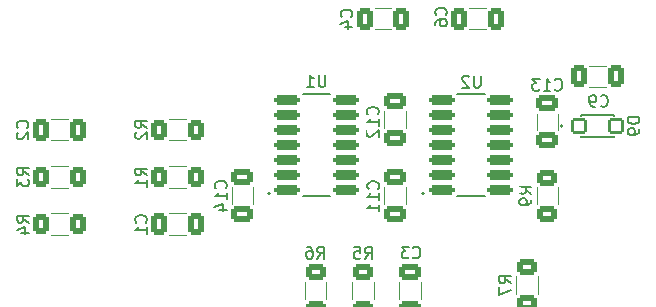
<source format=gbo>
G04 #@! TF.GenerationSoftware,KiCad,Pcbnew,8.0.0*
G04 #@! TF.CreationDate,2025-01-04T20:02:43+01:00*
G04 #@! TF.ProjectId,ina2137,696e6132-3133-4372-9e6b-696361645f70,rev?*
G04 #@! TF.SameCoordinates,Original*
G04 #@! TF.FileFunction,Legend,Bot*
G04 #@! TF.FilePolarity,Positive*
%FSLAX46Y46*%
G04 Gerber Fmt 4.6, Leading zero omitted, Abs format (unit mm)*
G04 Created by KiCad (PCBNEW 8.0.0) date 2025-01-04 20:02:43*
%MOMM*%
%LPD*%
G01*
G04 APERTURE LIST*
G04 Aperture macros list*
%AMRoundRect*
0 Rectangle with rounded corners*
0 $1 Rounding radius*
0 $2 $3 $4 $5 $6 $7 $8 $9 X,Y pos of 4 corners*
0 Add a 4 corners polygon primitive as box body*
4,1,4,$2,$3,$4,$5,$6,$7,$8,$9,$2,$3,0*
0 Add four circle primitives for the rounded corners*
1,1,$1+$1,$2,$3*
1,1,$1+$1,$4,$5*
1,1,$1+$1,$6,$7*
1,1,$1+$1,$8,$9*
0 Add four rect primitives between the rounded corners*
20,1,$1+$1,$2,$3,$4,$5,0*
20,1,$1+$1,$4,$5,$6,$7,0*
20,1,$1+$1,$6,$7,$8,$9,0*
20,1,$1+$1,$8,$9,$2,$3,0*%
G04 Aperture macros list end*
%ADD10C,0.150000*%
%ADD11C,0.120000*%
%ADD12C,0.127000*%
%ADD13C,0.200000*%
%ADD14C,0.001000*%
%ADD15C,2.250000*%
%ADD16R,2.800000X2.800000*%
%ADD17O,2.800000X2.800000*%
%ADD18R,1.600000X1.600000*%
%ADD19C,1.600000*%
%ADD20R,1.700000X1.700000*%
%ADD21O,1.700000X1.700000*%
%ADD22R,1.050000X1.500000*%
%ADD23O,1.050000X1.500000*%
%ADD24RoundRect,0.250000X-0.400000X-0.625000X0.400000X-0.625000X0.400000X0.625000X-0.400000X0.625000X0*%
%ADD25RoundRect,0.250000X0.412500X0.650000X-0.412500X0.650000X-0.412500X-0.650000X0.412500X-0.650000X0*%
%ADD26RoundRect,0.201000X-0.886000X-0.201000X0.886000X-0.201000X0.886000X0.201000X-0.886000X0.201000X0*%
%ADD27RoundRect,0.250000X-0.625000X0.400000X-0.625000X-0.400000X0.625000X-0.400000X0.625000X0.400000X0*%
%ADD28RoundRect,0.250000X-0.650000X0.412500X-0.650000X-0.412500X0.650000X-0.412500X0.650000X0.412500X0*%
%ADD29RoundRect,0.250000X0.650000X-0.412500X0.650000X0.412500X-0.650000X0.412500X-0.650000X-0.412500X0*%
%ADD30RoundRect,0.250000X-0.412500X-0.650000X0.412500X-0.650000X0.412500X0.650000X-0.412500X0.650000X0*%
%ADD31RoundRect,0.250000X0.400000X0.625000X-0.400000X0.625000X-0.400000X-0.625000X0.400000X-0.625000X0*%
%ADD32RoundRect,0.102000X-0.540000X-0.545000X0.540000X-0.545000X0.540000X0.545000X-0.540000X0.545000X0*%
%ADD33C,0.600000*%
G04 APERTURE END LIST*
D10*
X121724819Y-93833333D02*
X121248628Y-93500000D01*
X121724819Y-93261905D02*
X120724819Y-93261905D01*
X120724819Y-93261905D02*
X120724819Y-93642857D01*
X120724819Y-93642857D02*
X120772438Y-93738095D01*
X120772438Y-93738095D02*
X120820057Y-93785714D01*
X120820057Y-93785714D02*
X120915295Y-93833333D01*
X120915295Y-93833333D02*
X121058152Y-93833333D01*
X121058152Y-93833333D02*
X121153390Y-93785714D01*
X121153390Y-93785714D02*
X121201009Y-93738095D01*
X121201009Y-93738095D02*
X121248628Y-93642857D01*
X121248628Y-93642857D02*
X121248628Y-93261905D01*
X120820057Y-94214286D02*
X120772438Y-94261905D01*
X120772438Y-94261905D02*
X120724819Y-94357143D01*
X120724819Y-94357143D02*
X120724819Y-94595238D01*
X120724819Y-94595238D02*
X120772438Y-94690476D01*
X120772438Y-94690476D02*
X120820057Y-94738095D01*
X120820057Y-94738095D02*
X120915295Y-94785714D01*
X120915295Y-94785714D02*
X121010533Y-94785714D01*
X121010533Y-94785714D02*
X121153390Y-94738095D01*
X121153390Y-94738095D02*
X121724819Y-94166667D01*
X121724819Y-94166667D02*
X121724819Y-94785714D01*
X147022080Y-84283333D02*
X147069700Y-84235714D01*
X147069700Y-84235714D02*
X147117319Y-84092857D01*
X147117319Y-84092857D02*
X147117319Y-83997619D01*
X147117319Y-83997619D02*
X147069700Y-83854762D01*
X147069700Y-83854762D02*
X146974461Y-83759524D01*
X146974461Y-83759524D02*
X146879223Y-83711905D01*
X146879223Y-83711905D02*
X146688747Y-83664286D01*
X146688747Y-83664286D02*
X146545890Y-83664286D01*
X146545890Y-83664286D02*
X146355414Y-83711905D01*
X146355414Y-83711905D02*
X146260176Y-83759524D01*
X146260176Y-83759524D02*
X146164938Y-83854762D01*
X146164938Y-83854762D02*
X146117319Y-83997619D01*
X146117319Y-83997619D02*
X146117319Y-84092857D01*
X146117319Y-84092857D02*
X146164938Y-84235714D01*
X146164938Y-84235714D02*
X146212557Y-84283333D01*
X146117319Y-85140476D02*
X146117319Y-84950000D01*
X146117319Y-84950000D02*
X146164938Y-84854762D01*
X146164938Y-84854762D02*
X146212557Y-84807143D01*
X146212557Y-84807143D02*
X146355414Y-84711905D01*
X146355414Y-84711905D02*
X146545890Y-84664286D01*
X146545890Y-84664286D02*
X146926842Y-84664286D01*
X146926842Y-84664286D02*
X147022080Y-84711905D01*
X147022080Y-84711905D02*
X147069700Y-84759524D01*
X147069700Y-84759524D02*
X147117319Y-84854762D01*
X147117319Y-84854762D02*
X147117319Y-85045238D01*
X147117319Y-85045238D02*
X147069700Y-85140476D01*
X147069700Y-85140476D02*
X147022080Y-85188095D01*
X147022080Y-85188095D02*
X146926842Y-85235714D01*
X146926842Y-85235714D02*
X146688747Y-85235714D01*
X146688747Y-85235714D02*
X146593509Y-85188095D01*
X146593509Y-85188095D02*
X146545890Y-85140476D01*
X146545890Y-85140476D02*
X146498271Y-85045238D01*
X146498271Y-85045238D02*
X146498271Y-84854762D01*
X146498271Y-84854762D02*
X146545890Y-84759524D01*
X146545890Y-84759524D02*
X146593509Y-84711905D01*
X146593509Y-84711905D02*
X146688747Y-84664286D01*
X136821904Y-89364819D02*
X136821904Y-90174342D01*
X136821904Y-90174342D02*
X136774285Y-90269580D01*
X136774285Y-90269580D02*
X136726666Y-90317200D01*
X136726666Y-90317200D02*
X136631428Y-90364819D01*
X136631428Y-90364819D02*
X136440952Y-90364819D01*
X136440952Y-90364819D02*
X136345714Y-90317200D01*
X136345714Y-90317200D02*
X136298095Y-90269580D01*
X136298095Y-90269580D02*
X136250476Y-90174342D01*
X136250476Y-90174342D02*
X136250476Y-89364819D01*
X135250476Y-90364819D02*
X135821904Y-90364819D01*
X135536190Y-90364819D02*
X135536190Y-89364819D01*
X135536190Y-89364819D02*
X135631428Y-89507676D01*
X135631428Y-89507676D02*
X135726666Y-89602914D01*
X135726666Y-89602914D02*
X135821904Y-89650533D01*
X149951904Y-89424819D02*
X149951904Y-90234342D01*
X149951904Y-90234342D02*
X149904285Y-90329580D01*
X149904285Y-90329580D02*
X149856666Y-90377200D01*
X149856666Y-90377200D02*
X149761428Y-90424819D01*
X149761428Y-90424819D02*
X149570952Y-90424819D01*
X149570952Y-90424819D02*
X149475714Y-90377200D01*
X149475714Y-90377200D02*
X149428095Y-90329580D01*
X149428095Y-90329580D02*
X149380476Y-90234342D01*
X149380476Y-90234342D02*
X149380476Y-89424819D01*
X148951904Y-89520057D02*
X148904285Y-89472438D01*
X148904285Y-89472438D02*
X148809047Y-89424819D01*
X148809047Y-89424819D02*
X148570952Y-89424819D01*
X148570952Y-89424819D02*
X148475714Y-89472438D01*
X148475714Y-89472438D02*
X148428095Y-89520057D01*
X148428095Y-89520057D02*
X148380476Y-89615295D01*
X148380476Y-89615295D02*
X148380476Y-89710533D01*
X148380476Y-89710533D02*
X148428095Y-89853390D01*
X148428095Y-89853390D02*
X148999523Y-90424819D01*
X148999523Y-90424819D02*
X148380476Y-90424819D01*
X154244819Y-99433333D02*
X153768628Y-99100000D01*
X154244819Y-98861905D02*
X153244819Y-98861905D01*
X153244819Y-98861905D02*
X153244819Y-99242857D01*
X153244819Y-99242857D02*
X153292438Y-99338095D01*
X153292438Y-99338095D02*
X153340057Y-99385714D01*
X153340057Y-99385714D02*
X153435295Y-99433333D01*
X153435295Y-99433333D02*
X153578152Y-99433333D01*
X153578152Y-99433333D02*
X153673390Y-99385714D01*
X153673390Y-99385714D02*
X153721009Y-99338095D01*
X153721009Y-99338095D02*
X153768628Y-99242857D01*
X153768628Y-99242857D02*
X153768628Y-98861905D01*
X154244819Y-99909524D02*
X154244819Y-100100000D01*
X154244819Y-100100000D02*
X154197200Y-100195238D01*
X154197200Y-100195238D02*
X154149580Y-100242857D01*
X154149580Y-100242857D02*
X154006723Y-100338095D01*
X154006723Y-100338095D02*
X153816247Y-100385714D01*
X153816247Y-100385714D02*
X153435295Y-100385714D01*
X153435295Y-100385714D02*
X153340057Y-100338095D01*
X153340057Y-100338095D02*
X153292438Y-100290476D01*
X153292438Y-100290476D02*
X153244819Y-100195238D01*
X153244819Y-100195238D02*
X153244819Y-100004762D01*
X153244819Y-100004762D02*
X153292438Y-99909524D01*
X153292438Y-99909524D02*
X153340057Y-99861905D01*
X153340057Y-99861905D02*
X153435295Y-99814286D01*
X153435295Y-99814286D02*
X153673390Y-99814286D01*
X153673390Y-99814286D02*
X153768628Y-99861905D01*
X153768628Y-99861905D02*
X153816247Y-99909524D01*
X153816247Y-99909524D02*
X153863866Y-100004762D01*
X153863866Y-100004762D02*
X153863866Y-100195238D01*
X153863866Y-100195238D02*
X153816247Y-100290476D01*
X153816247Y-100290476D02*
X153768628Y-100338095D01*
X153768628Y-100338095D02*
X153673390Y-100385714D01*
X141279580Y-98999642D02*
X141327200Y-98952023D01*
X141327200Y-98952023D02*
X141374819Y-98809166D01*
X141374819Y-98809166D02*
X141374819Y-98713928D01*
X141374819Y-98713928D02*
X141327200Y-98571071D01*
X141327200Y-98571071D02*
X141231961Y-98475833D01*
X141231961Y-98475833D02*
X141136723Y-98428214D01*
X141136723Y-98428214D02*
X140946247Y-98380595D01*
X140946247Y-98380595D02*
X140803390Y-98380595D01*
X140803390Y-98380595D02*
X140612914Y-98428214D01*
X140612914Y-98428214D02*
X140517676Y-98475833D01*
X140517676Y-98475833D02*
X140422438Y-98571071D01*
X140422438Y-98571071D02*
X140374819Y-98713928D01*
X140374819Y-98713928D02*
X140374819Y-98809166D01*
X140374819Y-98809166D02*
X140422438Y-98952023D01*
X140422438Y-98952023D02*
X140470057Y-98999642D01*
X141374819Y-99952023D02*
X141374819Y-99380595D01*
X141374819Y-99666309D02*
X140374819Y-99666309D01*
X140374819Y-99666309D02*
X140517676Y-99571071D01*
X140517676Y-99571071D02*
X140612914Y-99475833D01*
X140612914Y-99475833D02*
X140660533Y-99380595D01*
X141374819Y-100904404D02*
X141374819Y-100332976D01*
X141374819Y-100618690D02*
X140374819Y-100618690D01*
X140374819Y-100618690D02*
X140517676Y-100523452D01*
X140517676Y-100523452D02*
X140612914Y-100428214D01*
X140612914Y-100428214D02*
X140660533Y-100332976D01*
X144216666Y-104792080D02*
X144264285Y-104839700D01*
X144264285Y-104839700D02*
X144407142Y-104887319D01*
X144407142Y-104887319D02*
X144502380Y-104887319D01*
X144502380Y-104887319D02*
X144645237Y-104839700D01*
X144645237Y-104839700D02*
X144740475Y-104744461D01*
X144740475Y-104744461D02*
X144788094Y-104649223D01*
X144788094Y-104649223D02*
X144835713Y-104458747D01*
X144835713Y-104458747D02*
X144835713Y-104315890D01*
X144835713Y-104315890D02*
X144788094Y-104125414D01*
X144788094Y-104125414D02*
X144740475Y-104030176D01*
X144740475Y-104030176D02*
X144645237Y-103934938D01*
X144645237Y-103934938D02*
X144502380Y-103887319D01*
X144502380Y-103887319D02*
X144407142Y-103887319D01*
X144407142Y-103887319D02*
X144264285Y-103934938D01*
X144264285Y-103934938D02*
X144216666Y-103982557D01*
X143883332Y-103887319D02*
X143264285Y-103887319D01*
X143264285Y-103887319D02*
X143597618Y-104268271D01*
X143597618Y-104268271D02*
X143454761Y-104268271D01*
X143454761Y-104268271D02*
X143359523Y-104315890D01*
X143359523Y-104315890D02*
X143311904Y-104363509D01*
X143311904Y-104363509D02*
X143264285Y-104458747D01*
X143264285Y-104458747D02*
X143264285Y-104696842D01*
X143264285Y-104696842D02*
X143311904Y-104792080D01*
X143311904Y-104792080D02*
X143359523Y-104839700D01*
X143359523Y-104839700D02*
X143454761Y-104887319D01*
X143454761Y-104887319D02*
X143740475Y-104887319D01*
X143740475Y-104887319D02*
X143835713Y-104839700D01*
X143835713Y-104839700D02*
X143883332Y-104792080D01*
X136136666Y-104904819D02*
X136469999Y-104428628D01*
X136708094Y-104904819D02*
X136708094Y-103904819D01*
X136708094Y-103904819D02*
X136327142Y-103904819D01*
X136327142Y-103904819D02*
X136231904Y-103952438D01*
X136231904Y-103952438D02*
X136184285Y-104000057D01*
X136184285Y-104000057D02*
X136136666Y-104095295D01*
X136136666Y-104095295D02*
X136136666Y-104238152D01*
X136136666Y-104238152D02*
X136184285Y-104333390D01*
X136184285Y-104333390D02*
X136231904Y-104381009D01*
X136231904Y-104381009D02*
X136327142Y-104428628D01*
X136327142Y-104428628D02*
X136708094Y-104428628D01*
X135279523Y-103904819D02*
X135469999Y-103904819D01*
X135469999Y-103904819D02*
X135565237Y-103952438D01*
X135565237Y-103952438D02*
X135612856Y-104000057D01*
X135612856Y-104000057D02*
X135708094Y-104142914D01*
X135708094Y-104142914D02*
X135755713Y-104333390D01*
X135755713Y-104333390D02*
X135755713Y-104714342D01*
X135755713Y-104714342D02*
X135708094Y-104809580D01*
X135708094Y-104809580D02*
X135660475Y-104857200D01*
X135660475Y-104857200D02*
X135565237Y-104904819D01*
X135565237Y-104904819D02*
X135374761Y-104904819D01*
X135374761Y-104904819D02*
X135279523Y-104857200D01*
X135279523Y-104857200D02*
X135231904Y-104809580D01*
X135231904Y-104809580D02*
X135184285Y-104714342D01*
X135184285Y-104714342D02*
X135184285Y-104476247D01*
X135184285Y-104476247D02*
X135231904Y-104381009D01*
X135231904Y-104381009D02*
X135279523Y-104333390D01*
X135279523Y-104333390D02*
X135374761Y-104285771D01*
X135374761Y-104285771D02*
X135565237Y-104285771D01*
X135565237Y-104285771D02*
X135660475Y-104333390D01*
X135660475Y-104333390D02*
X135708094Y-104381009D01*
X135708094Y-104381009D02*
X135755713Y-104476247D01*
X111714819Y-101853333D02*
X111238628Y-101520000D01*
X111714819Y-101281905D02*
X110714819Y-101281905D01*
X110714819Y-101281905D02*
X110714819Y-101662857D01*
X110714819Y-101662857D02*
X110762438Y-101758095D01*
X110762438Y-101758095D02*
X110810057Y-101805714D01*
X110810057Y-101805714D02*
X110905295Y-101853333D01*
X110905295Y-101853333D02*
X111048152Y-101853333D01*
X111048152Y-101853333D02*
X111143390Y-101805714D01*
X111143390Y-101805714D02*
X111191009Y-101758095D01*
X111191009Y-101758095D02*
X111238628Y-101662857D01*
X111238628Y-101662857D02*
X111238628Y-101281905D01*
X111048152Y-102710476D02*
X111714819Y-102710476D01*
X110667200Y-102472381D02*
X111381485Y-102234286D01*
X111381485Y-102234286D02*
X111381485Y-102853333D01*
X140156666Y-104924819D02*
X140489999Y-104448628D01*
X140728094Y-104924819D02*
X140728094Y-103924819D01*
X140728094Y-103924819D02*
X140347142Y-103924819D01*
X140347142Y-103924819D02*
X140251904Y-103972438D01*
X140251904Y-103972438D02*
X140204285Y-104020057D01*
X140204285Y-104020057D02*
X140156666Y-104115295D01*
X140156666Y-104115295D02*
X140156666Y-104258152D01*
X140156666Y-104258152D02*
X140204285Y-104353390D01*
X140204285Y-104353390D02*
X140251904Y-104401009D01*
X140251904Y-104401009D02*
X140347142Y-104448628D01*
X140347142Y-104448628D02*
X140728094Y-104448628D01*
X139251904Y-103924819D02*
X139728094Y-103924819D01*
X139728094Y-103924819D02*
X139775713Y-104401009D01*
X139775713Y-104401009D02*
X139728094Y-104353390D01*
X139728094Y-104353390D02*
X139632856Y-104305771D01*
X139632856Y-104305771D02*
X139394761Y-104305771D01*
X139394761Y-104305771D02*
X139299523Y-104353390D01*
X139299523Y-104353390D02*
X139251904Y-104401009D01*
X139251904Y-104401009D02*
X139204285Y-104496247D01*
X139204285Y-104496247D02*
X139204285Y-104734342D01*
X139204285Y-104734342D02*
X139251904Y-104829580D01*
X139251904Y-104829580D02*
X139299523Y-104877200D01*
X139299523Y-104877200D02*
X139394761Y-104924819D01*
X139394761Y-104924819D02*
X139632856Y-104924819D01*
X139632856Y-104924819D02*
X139728094Y-104877200D01*
X139728094Y-104877200D02*
X139775713Y-104829580D01*
X121612080Y-101853333D02*
X121659700Y-101805714D01*
X121659700Y-101805714D02*
X121707319Y-101662857D01*
X121707319Y-101662857D02*
X121707319Y-101567619D01*
X121707319Y-101567619D02*
X121659700Y-101424762D01*
X121659700Y-101424762D02*
X121564461Y-101329524D01*
X121564461Y-101329524D02*
X121469223Y-101281905D01*
X121469223Y-101281905D02*
X121278747Y-101234286D01*
X121278747Y-101234286D02*
X121135890Y-101234286D01*
X121135890Y-101234286D02*
X120945414Y-101281905D01*
X120945414Y-101281905D02*
X120850176Y-101329524D01*
X120850176Y-101329524D02*
X120754938Y-101424762D01*
X120754938Y-101424762D02*
X120707319Y-101567619D01*
X120707319Y-101567619D02*
X120707319Y-101662857D01*
X120707319Y-101662857D02*
X120754938Y-101805714D01*
X120754938Y-101805714D02*
X120802557Y-101853333D01*
X121707319Y-102805714D02*
X121707319Y-102234286D01*
X121707319Y-102520000D02*
X120707319Y-102520000D01*
X120707319Y-102520000D02*
X120850176Y-102424762D01*
X120850176Y-102424762D02*
X120945414Y-102329524D01*
X120945414Y-102329524D02*
X120993033Y-102234286D01*
X141239580Y-92697142D02*
X141287200Y-92649523D01*
X141287200Y-92649523D02*
X141334819Y-92506666D01*
X141334819Y-92506666D02*
X141334819Y-92411428D01*
X141334819Y-92411428D02*
X141287200Y-92268571D01*
X141287200Y-92268571D02*
X141191961Y-92173333D01*
X141191961Y-92173333D02*
X141096723Y-92125714D01*
X141096723Y-92125714D02*
X140906247Y-92078095D01*
X140906247Y-92078095D02*
X140763390Y-92078095D01*
X140763390Y-92078095D02*
X140572914Y-92125714D01*
X140572914Y-92125714D02*
X140477676Y-92173333D01*
X140477676Y-92173333D02*
X140382438Y-92268571D01*
X140382438Y-92268571D02*
X140334819Y-92411428D01*
X140334819Y-92411428D02*
X140334819Y-92506666D01*
X140334819Y-92506666D02*
X140382438Y-92649523D01*
X140382438Y-92649523D02*
X140430057Y-92697142D01*
X141334819Y-93649523D02*
X141334819Y-93078095D01*
X141334819Y-93363809D02*
X140334819Y-93363809D01*
X140334819Y-93363809D02*
X140477676Y-93268571D01*
X140477676Y-93268571D02*
X140572914Y-93173333D01*
X140572914Y-93173333D02*
X140620533Y-93078095D01*
X140430057Y-94030476D02*
X140382438Y-94078095D01*
X140382438Y-94078095D02*
X140334819Y-94173333D01*
X140334819Y-94173333D02*
X140334819Y-94411428D01*
X140334819Y-94411428D02*
X140382438Y-94506666D01*
X140382438Y-94506666D02*
X140430057Y-94554285D01*
X140430057Y-94554285D02*
X140525295Y-94601904D01*
X140525295Y-94601904D02*
X140620533Y-94601904D01*
X140620533Y-94601904D02*
X140763390Y-94554285D01*
X140763390Y-94554285D02*
X141334819Y-93982857D01*
X141334819Y-93982857D02*
X141334819Y-94601904D01*
X111582080Y-93853333D02*
X111629700Y-93805714D01*
X111629700Y-93805714D02*
X111677319Y-93662857D01*
X111677319Y-93662857D02*
X111677319Y-93567619D01*
X111677319Y-93567619D02*
X111629700Y-93424762D01*
X111629700Y-93424762D02*
X111534461Y-93329524D01*
X111534461Y-93329524D02*
X111439223Y-93281905D01*
X111439223Y-93281905D02*
X111248747Y-93234286D01*
X111248747Y-93234286D02*
X111105890Y-93234286D01*
X111105890Y-93234286D02*
X110915414Y-93281905D01*
X110915414Y-93281905D02*
X110820176Y-93329524D01*
X110820176Y-93329524D02*
X110724938Y-93424762D01*
X110724938Y-93424762D02*
X110677319Y-93567619D01*
X110677319Y-93567619D02*
X110677319Y-93662857D01*
X110677319Y-93662857D02*
X110724938Y-93805714D01*
X110724938Y-93805714D02*
X110772557Y-93853333D01*
X110772557Y-94234286D02*
X110724938Y-94281905D01*
X110724938Y-94281905D02*
X110677319Y-94377143D01*
X110677319Y-94377143D02*
X110677319Y-94615238D01*
X110677319Y-94615238D02*
X110724938Y-94710476D01*
X110724938Y-94710476D02*
X110772557Y-94758095D01*
X110772557Y-94758095D02*
X110867795Y-94805714D01*
X110867795Y-94805714D02*
X110963033Y-94805714D01*
X110963033Y-94805714D02*
X111105890Y-94758095D01*
X111105890Y-94758095D02*
X111677319Y-94186667D01*
X111677319Y-94186667D02*
X111677319Y-94805714D01*
X139012080Y-84443333D02*
X139059700Y-84395714D01*
X139059700Y-84395714D02*
X139107319Y-84252857D01*
X139107319Y-84252857D02*
X139107319Y-84157619D01*
X139107319Y-84157619D02*
X139059700Y-84014762D01*
X139059700Y-84014762D02*
X138964461Y-83919524D01*
X138964461Y-83919524D02*
X138869223Y-83871905D01*
X138869223Y-83871905D02*
X138678747Y-83824286D01*
X138678747Y-83824286D02*
X138535890Y-83824286D01*
X138535890Y-83824286D02*
X138345414Y-83871905D01*
X138345414Y-83871905D02*
X138250176Y-83919524D01*
X138250176Y-83919524D02*
X138154938Y-84014762D01*
X138154938Y-84014762D02*
X138107319Y-84157619D01*
X138107319Y-84157619D02*
X138107319Y-84252857D01*
X138107319Y-84252857D02*
X138154938Y-84395714D01*
X138154938Y-84395714D02*
X138202557Y-84443333D01*
X138440652Y-85300476D02*
X139107319Y-85300476D01*
X138059700Y-85062381D02*
X138773985Y-84824286D01*
X138773985Y-84824286D02*
X138773985Y-85443333D01*
X152534819Y-106983333D02*
X152058628Y-106650000D01*
X152534819Y-106411905D02*
X151534819Y-106411905D01*
X151534819Y-106411905D02*
X151534819Y-106792857D01*
X151534819Y-106792857D02*
X151582438Y-106888095D01*
X151582438Y-106888095D02*
X151630057Y-106935714D01*
X151630057Y-106935714D02*
X151725295Y-106983333D01*
X151725295Y-106983333D02*
X151868152Y-106983333D01*
X151868152Y-106983333D02*
X151963390Y-106935714D01*
X151963390Y-106935714D02*
X152011009Y-106888095D01*
X152011009Y-106888095D02*
X152058628Y-106792857D01*
X152058628Y-106792857D02*
X152058628Y-106411905D01*
X151534819Y-107316667D02*
X151534819Y-107983333D01*
X151534819Y-107983333D02*
X152534819Y-107554762D01*
X156242857Y-90587080D02*
X156290476Y-90634700D01*
X156290476Y-90634700D02*
X156433333Y-90682319D01*
X156433333Y-90682319D02*
X156528571Y-90682319D01*
X156528571Y-90682319D02*
X156671428Y-90634700D01*
X156671428Y-90634700D02*
X156766666Y-90539461D01*
X156766666Y-90539461D02*
X156814285Y-90444223D01*
X156814285Y-90444223D02*
X156861904Y-90253747D01*
X156861904Y-90253747D02*
X156861904Y-90110890D01*
X156861904Y-90110890D02*
X156814285Y-89920414D01*
X156814285Y-89920414D02*
X156766666Y-89825176D01*
X156766666Y-89825176D02*
X156671428Y-89729938D01*
X156671428Y-89729938D02*
X156528571Y-89682319D01*
X156528571Y-89682319D02*
X156433333Y-89682319D01*
X156433333Y-89682319D02*
X156290476Y-89729938D01*
X156290476Y-89729938D02*
X156242857Y-89777557D01*
X155290476Y-90682319D02*
X155861904Y-90682319D01*
X155576190Y-90682319D02*
X155576190Y-89682319D01*
X155576190Y-89682319D02*
X155671428Y-89825176D01*
X155671428Y-89825176D02*
X155766666Y-89920414D01*
X155766666Y-89920414D02*
X155861904Y-89968033D01*
X154957142Y-89682319D02*
X154338095Y-89682319D01*
X154338095Y-89682319D02*
X154671428Y-90063271D01*
X154671428Y-90063271D02*
X154528571Y-90063271D01*
X154528571Y-90063271D02*
X154433333Y-90110890D01*
X154433333Y-90110890D02*
X154385714Y-90158509D01*
X154385714Y-90158509D02*
X154338095Y-90253747D01*
X154338095Y-90253747D02*
X154338095Y-90491842D01*
X154338095Y-90491842D02*
X154385714Y-90587080D01*
X154385714Y-90587080D02*
X154433333Y-90634700D01*
X154433333Y-90634700D02*
X154528571Y-90682319D01*
X154528571Y-90682319D02*
X154814285Y-90682319D01*
X154814285Y-90682319D02*
X154909523Y-90634700D01*
X154909523Y-90634700D02*
X154957142Y-90587080D01*
X111704819Y-97843333D02*
X111228628Y-97510000D01*
X111704819Y-97271905D02*
X110704819Y-97271905D01*
X110704819Y-97271905D02*
X110704819Y-97652857D01*
X110704819Y-97652857D02*
X110752438Y-97748095D01*
X110752438Y-97748095D02*
X110800057Y-97795714D01*
X110800057Y-97795714D02*
X110895295Y-97843333D01*
X110895295Y-97843333D02*
X111038152Y-97843333D01*
X111038152Y-97843333D02*
X111133390Y-97795714D01*
X111133390Y-97795714D02*
X111181009Y-97748095D01*
X111181009Y-97748095D02*
X111228628Y-97652857D01*
X111228628Y-97652857D02*
X111228628Y-97271905D01*
X110704819Y-98176667D02*
X110704819Y-98795714D01*
X110704819Y-98795714D02*
X111085771Y-98462381D01*
X111085771Y-98462381D02*
X111085771Y-98605238D01*
X111085771Y-98605238D02*
X111133390Y-98700476D01*
X111133390Y-98700476D02*
X111181009Y-98748095D01*
X111181009Y-98748095D02*
X111276247Y-98795714D01*
X111276247Y-98795714D02*
X111514342Y-98795714D01*
X111514342Y-98795714D02*
X111609580Y-98748095D01*
X111609580Y-98748095D02*
X111657200Y-98700476D01*
X111657200Y-98700476D02*
X111704819Y-98605238D01*
X111704819Y-98605238D02*
X111704819Y-98319524D01*
X111704819Y-98319524D02*
X111657200Y-98224286D01*
X111657200Y-98224286D02*
X111609580Y-98176667D01*
X160126667Y-91969579D02*
X160174286Y-92017199D01*
X160174286Y-92017199D02*
X160317143Y-92064818D01*
X160317143Y-92064818D02*
X160412381Y-92064818D01*
X160412381Y-92064818D02*
X160555238Y-92017199D01*
X160555238Y-92017199D02*
X160650476Y-91921960D01*
X160650476Y-91921960D02*
X160698095Y-91826722D01*
X160698095Y-91826722D02*
X160745714Y-91636246D01*
X160745714Y-91636246D02*
X160745714Y-91493389D01*
X160745714Y-91493389D02*
X160698095Y-91302913D01*
X160698095Y-91302913D02*
X160650476Y-91207675D01*
X160650476Y-91207675D02*
X160555238Y-91112437D01*
X160555238Y-91112437D02*
X160412381Y-91064818D01*
X160412381Y-91064818D02*
X160317143Y-91064818D01*
X160317143Y-91064818D02*
X160174286Y-91112437D01*
X160174286Y-91112437D02*
X160126667Y-91160056D01*
X159650476Y-92064818D02*
X159460000Y-92064818D01*
X159460000Y-92064818D02*
X159364762Y-92017199D01*
X159364762Y-92017199D02*
X159317143Y-91969579D01*
X159317143Y-91969579D02*
X159221905Y-91826722D01*
X159221905Y-91826722D02*
X159174286Y-91636246D01*
X159174286Y-91636246D02*
X159174286Y-91255294D01*
X159174286Y-91255294D02*
X159221905Y-91160056D01*
X159221905Y-91160056D02*
X159269524Y-91112437D01*
X159269524Y-91112437D02*
X159364762Y-91064818D01*
X159364762Y-91064818D02*
X159555238Y-91064818D01*
X159555238Y-91064818D02*
X159650476Y-91112437D01*
X159650476Y-91112437D02*
X159698095Y-91160056D01*
X159698095Y-91160056D02*
X159745714Y-91255294D01*
X159745714Y-91255294D02*
X159745714Y-91493389D01*
X159745714Y-91493389D02*
X159698095Y-91588627D01*
X159698095Y-91588627D02*
X159650476Y-91636246D01*
X159650476Y-91636246D02*
X159555238Y-91683865D01*
X159555238Y-91683865D02*
X159364762Y-91683865D01*
X159364762Y-91683865D02*
X159269524Y-91636246D01*
X159269524Y-91636246D02*
X159221905Y-91588627D01*
X159221905Y-91588627D02*
X159174286Y-91493389D01*
X163407719Y-92921955D02*
X162407719Y-92921955D01*
X162407719Y-92921955D02*
X162407719Y-93160050D01*
X162407719Y-93160050D02*
X162455338Y-93302907D01*
X162455338Y-93302907D02*
X162550576Y-93398145D01*
X162550576Y-93398145D02*
X162645814Y-93445764D01*
X162645814Y-93445764D02*
X162836290Y-93493383D01*
X162836290Y-93493383D02*
X162979147Y-93493383D01*
X162979147Y-93493383D02*
X163169623Y-93445764D01*
X163169623Y-93445764D02*
X163264861Y-93398145D01*
X163264861Y-93398145D02*
X163360100Y-93302907D01*
X163360100Y-93302907D02*
X163407719Y-93160050D01*
X163407719Y-93160050D02*
X163407719Y-92921955D01*
X163407719Y-93969574D02*
X163407719Y-94160050D01*
X163407719Y-94160050D02*
X163360100Y-94255288D01*
X163360100Y-94255288D02*
X163312480Y-94302907D01*
X163312480Y-94302907D02*
X163169623Y-94398145D01*
X163169623Y-94398145D02*
X162979147Y-94445764D01*
X162979147Y-94445764D02*
X162598195Y-94445764D01*
X162598195Y-94445764D02*
X162502957Y-94398145D01*
X162502957Y-94398145D02*
X162455338Y-94350526D01*
X162455338Y-94350526D02*
X162407719Y-94255288D01*
X162407719Y-94255288D02*
X162407719Y-94064812D01*
X162407719Y-94064812D02*
X162455338Y-93969574D01*
X162455338Y-93969574D02*
X162502957Y-93921955D01*
X162502957Y-93921955D02*
X162598195Y-93874336D01*
X162598195Y-93874336D02*
X162836290Y-93874336D01*
X162836290Y-93874336D02*
X162931528Y-93921955D01*
X162931528Y-93921955D02*
X162979147Y-93969574D01*
X162979147Y-93969574D02*
X163026766Y-94064812D01*
X163026766Y-94064812D02*
X163026766Y-94255288D01*
X163026766Y-94255288D02*
X162979147Y-94350526D01*
X162979147Y-94350526D02*
X162931528Y-94398145D01*
X162931528Y-94398145D02*
X162836290Y-94445764D01*
X128369580Y-98947142D02*
X128417200Y-98899523D01*
X128417200Y-98899523D02*
X128464819Y-98756666D01*
X128464819Y-98756666D02*
X128464819Y-98661428D01*
X128464819Y-98661428D02*
X128417200Y-98518571D01*
X128417200Y-98518571D02*
X128321961Y-98423333D01*
X128321961Y-98423333D02*
X128226723Y-98375714D01*
X128226723Y-98375714D02*
X128036247Y-98328095D01*
X128036247Y-98328095D02*
X127893390Y-98328095D01*
X127893390Y-98328095D02*
X127702914Y-98375714D01*
X127702914Y-98375714D02*
X127607676Y-98423333D01*
X127607676Y-98423333D02*
X127512438Y-98518571D01*
X127512438Y-98518571D02*
X127464819Y-98661428D01*
X127464819Y-98661428D02*
X127464819Y-98756666D01*
X127464819Y-98756666D02*
X127512438Y-98899523D01*
X127512438Y-98899523D02*
X127560057Y-98947142D01*
X128464819Y-99899523D02*
X128464819Y-99328095D01*
X128464819Y-99613809D02*
X127464819Y-99613809D01*
X127464819Y-99613809D02*
X127607676Y-99518571D01*
X127607676Y-99518571D02*
X127702914Y-99423333D01*
X127702914Y-99423333D02*
X127750533Y-99328095D01*
X127798152Y-100756666D02*
X128464819Y-100756666D01*
X127417200Y-100518571D02*
X128131485Y-100280476D01*
X128131485Y-100280476D02*
X128131485Y-100899523D01*
X121714819Y-97863333D02*
X121238628Y-97530000D01*
X121714819Y-97291905D02*
X120714819Y-97291905D01*
X120714819Y-97291905D02*
X120714819Y-97672857D01*
X120714819Y-97672857D02*
X120762438Y-97768095D01*
X120762438Y-97768095D02*
X120810057Y-97815714D01*
X120810057Y-97815714D02*
X120905295Y-97863333D01*
X120905295Y-97863333D02*
X121048152Y-97863333D01*
X121048152Y-97863333D02*
X121143390Y-97815714D01*
X121143390Y-97815714D02*
X121191009Y-97768095D01*
X121191009Y-97768095D02*
X121238628Y-97672857D01*
X121238628Y-97672857D02*
X121238628Y-97291905D01*
X121714819Y-98815714D02*
X121714819Y-98244286D01*
X121714819Y-98530000D02*
X120714819Y-98530000D01*
X120714819Y-98530000D02*
X120857676Y-98434762D01*
X120857676Y-98434762D02*
X120952914Y-98339524D01*
X120952914Y-98339524D02*
X121000533Y-98244286D01*
D11*
X125027064Y-93090000D02*
X123572936Y-93090000D01*
X125027064Y-94910000D02*
X123572936Y-94910000D01*
X148988748Y-83690000D02*
X150411252Y-83690000D01*
X148988748Y-85510000D02*
X150411252Y-85510000D01*
D12*
X137245000Y-90975000D02*
X134905000Y-90975000D01*
X137245000Y-99625000D02*
X134905000Y-99625000D01*
D13*
X132125000Y-99400000D02*
G75*
G02*
X131925000Y-99400000I-100000J0D01*
G01*
X131925000Y-99400000D02*
G75*
G02*
X132125000Y-99400000I100000J0D01*
G01*
D12*
X150295000Y-90975000D02*
X147955000Y-90975000D01*
X150295000Y-99625000D02*
X147955000Y-99625000D01*
D13*
X145175000Y-99400000D02*
G75*
G02*
X144975000Y-99400000I-100000J0D01*
G01*
X144975000Y-99400000D02*
G75*
G02*
X145175000Y-99400000I100000J0D01*
G01*
D11*
X154700000Y-100327064D02*
X154700000Y-98872936D01*
X156520000Y-100327064D02*
X156520000Y-98872936D01*
X141790000Y-100311252D02*
X141790000Y-98888748D01*
X143610000Y-100311252D02*
X143610000Y-98888748D01*
X143090000Y-106888748D02*
X143090000Y-108311252D01*
X144910000Y-106888748D02*
X144910000Y-108311252D01*
X135090000Y-108327064D02*
X135090000Y-106872936D01*
X136910000Y-108327064D02*
X136910000Y-106872936D01*
X115027064Y-101090000D02*
X113572936Y-101090000D01*
X115027064Y-102910000D02*
X113572936Y-102910000D01*
X139090000Y-108327064D02*
X139090000Y-106872936D01*
X140910000Y-108327064D02*
X140910000Y-106872936D01*
X123588748Y-101090000D02*
X125011252Y-101090000D01*
X123588748Y-102910000D02*
X125011252Y-102910000D01*
X141790000Y-92426248D02*
X141790000Y-93848752D01*
X143610000Y-92426248D02*
X143610000Y-93848752D01*
X113588748Y-93090000D02*
X115011252Y-93090000D01*
X113588748Y-94910000D02*
X115011252Y-94910000D01*
X142411252Y-83690000D02*
X140988748Y-83690000D01*
X142411252Y-85510000D02*
X140988748Y-85510000D01*
X152990000Y-107877064D02*
X152990000Y-106422936D01*
X154810000Y-107877064D02*
X154810000Y-106422936D01*
X154700000Y-94048752D02*
X154700000Y-92626248D01*
X156520000Y-94048752D02*
X156520000Y-92626248D01*
X113572936Y-97090000D02*
X115027064Y-97090000D01*
X113572936Y-98910000D02*
X115027064Y-98910000D01*
X160551302Y-88580000D02*
X159128798Y-88580000D01*
X160551302Y-90400000D02*
X159128798Y-90400000D01*
D12*
X158465050Y-92777500D02*
X158465050Y-92772500D01*
X158465050Y-92807500D02*
X158465050Y-92772500D01*
X158465050Y-94537500D02*
X158465050Y-94572500D01*
X158465050Y-94567500D02*
X158465050Y-94572500D01*
X158465050Y-94572500D02*
X161215050Y-94572500D01*
X158465050Y-94572500D02*
X161215050Y-94572500D01*
X161215050Y-92772500D02*
X158465050Y-92772500D01*
X161215050Y-92772500D02*
X158465050Y-92772500D01*
X161215050Y-92777500D02*
X161215050Y-92772500D01*
X161215050Y-92807500D02*
X161215050Y-92772500D01*
X161215050Y-94572500D02*
X161215050Y-94537500D01*
X161215050Y-94572500D02*
X161215050Y-94567500D01*
D13*
X156925050Y-93672500D02*
G75*
G02*
X156725050Y-93672500I-100000J0D01*
G01*
X156725050Y-93672500D02*
G75*
G02*
X156925050Y-93672500I100000J0D01*
G01*
D11*
X128890000Y-98888748D02*
X128890000Y-100311252D01*
X130710000Y-98888748D02*
X130710000Y-100311252D01*
X123572936Y-97090000D02*
X125027064Y-97090000D01*
X123572936Y-98910000D02*
X125027064Y-98910000D01*
%LPC*%
D14*
X133270000Y-104563661D02*
X133301000Y-104566661D01*
X133332000Y-104571661D01*
X133363000Y-104577661D01*
X133394000Y-104585661D01*
X133424000Y-104595661D01*
X133453000Y-104606661D01*
X133482000Y-104618661D01*
X133510000Y-104632661D01*
X133538000Y-104648661D01*
X133565000Y-104665661D01*
X133590000Y-104683661D01*
X133615000Y-104703661D01*
X133639000Y-104724661D01*
X133661000Y-104746661D01*
X133682000Y-104769661D01*
X133702000Y-104793661D01*
X133721000Y-104819661D01*
X133739000Y-104845661D01*
X133755000Y-104872661D01*
X133769000Y-104900661D01*
X133782000Y-104929661D01*
X133794000Y-104958661D01*
X133804000Y-104988661D01*
X133812000Y-105019661D01*
X133819000Y-105049661D01*
X133824000Y-105081661D01*
X133828000Y-105112661D01*
X133830000Y-105147661D01*
X133828000Y-105182661D01*
X133824000Y-105213661D01*
X133819000Y-105245661D01*
X133812000Y-105275661D01*
X133804000Y-105306661D01*
X133794000Y-105336661D01*
X133782000Y-105365661D01*
X133769000Y-105394661D01*
X133755000Y-105422661D01*
X133739000Y-105449661D01*
X133721000Y-105475661D01*
X133702000Y-105501661D01*
X133682000Y-105525661D01*
X133661000Y-105548661D01*
X133639000Y-105570661D01*
X133615000Y-105591661D01*
X133590000Y-105611661D01*
X133565000Y-105629661D01*
X133538000Y-105646661D01*
X133510000Y-105662661D01*
X133482000Y-105676661D01*
X133453000Y-105688661D01*
X133424000Y-105699661D01*
X133394000Y-105709661D01*
X133363000Y-105717661D01*
X133332000Y-105723661D01*
X133301000Y-105728661D01*
X133270000Y-105731661D01*
X133238000Y-105732661D01*
X133210000Y-105732661D01*
X132210000Y-105732661D01*
X132182000Y-105732661D01*
X132150000Y-105731661D01*
X132119000Y-105728661D01*
X132088000Y-105723661D01*
X132057000Y-105717661D01*
X132026000Y-105709661D01*
X131996000Y-105699661D01*
X131967000Y-105688661D01*
X131938000Y-105676661D01*
X131910000Y-105662661D01*
X131882000Y-105646661D01*
X131855000Y-105629661D01*
X131830000Y-105611661D01*
X131805000Y-105591661D01*
X131781000Y-105570661D01*
X131759000Y-105548661D01*
X131738000Y-105525661D01*
X131718000Y-105501661D01*
X131699000Y-105475661D01*
X131681000Y-105449661D01*
X131665000Y-105422661D01*
X131651000Y-105394661D01*
X131638000Y-105365661D01*
X131626000Y-105336661D01*
X131616000Y-105306661D01*
X131608000Y-105275661D01*
X131601000Y-105245661D01*
X131596000Y-105213661D01*
X131592000Y-105182661D01*
X131590000Y-105147661D01*
X131592000Y-105112661D01*
X131596000Y-105081661D01*
X131601000Y-105049661D01*
X131608000Y-105019661D01*
X131616000Y-104988661D01*
X131626000Y-104958661D01*
X131638000Y-104929661D01*
X131651000Y-104900661D01*
X131665000Y-104872661D01*
X131681000Y-104845661D01*
X131699000Y-104819661D01*
X131718000Y-104793661D01*
X131738000Y-104769661D01*
X131759000Y-104746661D01*
X131781000Y-104724661D01*
X131805000Y-104703661D01*
X131830000Y-104683661D01*
X131855000Y-104665661D01*
X131882000Y-104648661D01*
X131910000Y-104632661D01*
X131938000Y-104618661D01*
X131967000Y-104606661D01*
X131996000Y-104595661D01*
X132026000Y-104585661D01*
X132057000Y-104577661D01*
X132088000Y-104571661D01*
X132119000Y-104566661D01*
X132150000Y-104563661D01*
X132182000Y-104562661D01*
X132210000Y-104562661D01*
X133210000Y-104562661D01*
X133238000Y-104562661D01*
X133270000Y-104563661D01*
G36*
X133270000Y-104563661D02*
G01*
X133301000Y-104566661D01*
X133332000Y-104571661D01*
X133363000Y-104577661D01*
X133394000Y-104585661D01*
X133424000Y-104595661D01*
X133453000Y-104606661D01*
X133482000Y-104618661D01*
X133510000Y-104632661D01*
X133538000Y-104648661D01*
X133565000Y-104665661D01*
X133590000Y-104683661D01*
X133615000Y-104703661D01*
X133639000Y-104724661D01*
X133661000Y-104746661D01*
X133682000Y-104769661D01*
X133702000Y-104793661D01*
X133721000Y-104819661D01*
X133739000Y-104845661D01*
X133755000Y-104872661D01*
X133769000Y-104900661D01*
X133782000Y-104929661D01*
X133794000Y-104958661D01*
X133804000Y-104988661D01*
X133812000Y-105019661D01*
X133819000Y-105049661D01*
X133824000Y-105081661D01*
X133828000Y-105112661D01*
X133830000Y-105147661D01*
X133828000Y-105182661D01*
X133824000Y-105213661D01*
X133819000Y-105245661D01*
X133812000Y-105275661D01*
X133804000Y-105306661D01*
X133794000Y-105336661D01*
X133782000Y-105365661D01*
X133769000Y-105394661D01*
X133755000Y-105422661D01*
X133739000Y-105449661D01*
X133721000Y-105475661D01*
X133702000Y-105501661D01*
X133682000Y-105525661D01*
X133661000Y-105548661D01*
X133639000Y-105570661D01*
X133615000Y-105591661D01*
X133590000Y-105611661D01*
X133565000Y-105629661D01*
X133538000Y-105646661D01*
X133510000Y-105662661D01*
X133482000Y-105676661D01*
X133453000Y-105688661D01*
X133424000Y-105699661D01*
X133394000Y-105709661D01*
X133363000Y-105717661D01*
X133332000Y-105723661D01*
X133301000Y-105728661D01*
X133270000Y-105731661D01*
X133238000Y-105732661D01*
X133210000Y-105732661D01*
X132210000Y-105732661D01*
X132182000Y-105732661D01*
X132150000Y-105731661D01*
X132119000Y-105728661D01*
X132088000Y-105723661D01*
X132057000Y-105717661D01*
X132026000Y-105709661D01*
X131996000Y-105699661D01*
X131967000Y-105688661D01*
X131938000Y-105676661D01*
X131910000Y-105662661D01*
X131882000Y-105646661D01*
X131855000Y-105629661D01*
X131830000Y-105611661D01*
X131805000Y-105591661D01*
X131781000Y-105570661D01*
X131759000Y-105548661D01*
X131738000Y-105525661D01*
X131718000Y-105501661D01*
X131699000Y-105475661D01*
X131681000Y-105449661D01*
X131665000Y-105422661D01*
X131651000Y-105394661D01*
X131638000Y-105365661D01*
X131626000Y-105336661D01*
X131616000Y-105306661D01*
X131608000Y-105275661D01*
X131601000Y-105245661D01*
X131596000Y-105213661D01*
X131592000Y-105182661D01*
X131590000Y-105147661D01*
X131592000Y-105112661D01*
X131596000Y-105081661D01*
X131601000Y-105049661D01*
X131608000Y-105019661D01*
X131616000Y-104988661D01*
X131626000Y-104958661D01*
X131638000Y-104929661D01*
X131651000Y-104900661D01*
X131665000Y-104872661D01*
X131681000Y-104845661D01*
X131699000Y-104819661D01*
X131718000Y-104793661D01*
X131738000Y-104769661D01*
X131759000Y-104746661D01*
X131781000Y-104724661D01*
X131805000Y-104703661D01*
X131830000Y-104683661D01*
X131855000Y-104665661D01*
X131882000Y-104648661D01*
X131910000Y-104632661D01*
X131938000Y-104618661D01*
X131967000Y-104606661D01*
X131996000Y-104595661D01*
X132026000Y-104585661D01*
X132057000Y-104577661D01*
X132088000Y-104571661D01*
X132119000Y-104566661D01*
X132150000Y-104563661D01*
X132182000Y-104562661D01*
X132210000Y-104562661D01*
X133210000Y-104562661D01*
X133238000Y-104562661D01*
X133270000Y-104563661D01*
G37*
X133270000Y-105833661D02*
X133301000Y-105836661D01*
X133332000Y-105841661D01*
X133363000Y-105847661D01*
X133394000Y-105855661D01*
X133424000Y-105865661D01*
X133453000Y-105876661D01*
X133482000Y-105888661D01*
X133510000Y-105902661D01*
X133538000Y-105918661D01*
X133565000Y-105935661D01*
X133590000Y-105953661D01*
X133615000Y-105973661D01*
X133639000Y-105994661D01*
X133661000Y-106016661D01*
X133682000Y-106039661D01*
X133702000Y-106063661D01*
X133721000Y-106089661D01*
X133739000Y-106115661D01*
X133755000Y-106142661D01*
X133769000Y-106170661D01*
X133782000Y-106199661D01*
X133794000Y-106228661D01*
X133804000Y-106258661D01*
X133812000Y-106289661D01*
X133819000Y-106319661D01*
X133824000Y-106351661D01*
X133828000Y-106382661D01*
X133830000Y-106417661D01*
X133828000Y-106452661D01*
X133824000Y-106483661D01*
X133819000Y-106515661D01*
X133812000Y-106545661D01*
X133804000Y-106576661D01*
X133794000Y-106606661D01*
X133782000Y-106635661D01*
X133769000Y-106664661D01*
X133755000Y-106692661D01*
X133739000Y-106719661D01*
X133721000Y-106745661D01*
X133702000Y-106771661D01*
X133682000Y-106795661D01*
X133661000Y-106818661D01*
X133639000Y-106840661D01*
X133615000Y-106861661D01*
X133590000Y-106881661D01*
X133565000Y-106899661D01*
X133538000Y-106916661D01*
X133510000Y-106932661D01*
X133482000Y-106946661D01*
X133453000Y-106958661D01*
X133424000Y-106969661D01*
X133394000Y-106979661D01*
X133363000Y-106987661D01*
X133332000Y-106993661D01*
X133301000Y-106998661D01*
X133270000Y-107001661D01*
X133238000Y-107002661D01*
X133210000Y-107002661D01*
X132210000Y-107002661D01*
X132182000Y-107002661D01*
X132150000Y-107001661D01*
X132119000Y-106998661D01*
X132088000Y-106993661D01*
X132057000Y-106987661D01*
X132026000Y-106979661D01*
X131996000Y-106969661D01*
X131967000Y-106958661D01*
X131938000Y-106946661D01*
X131910000Y-106932661D01*
X131882000Y-106916661D01*
X131855000Y-106899661D01*
X131830000Y-106881661D01*
X131805000Y-106861661D01*
X131781000Y-106840661D01*
X131759000Y-106818661D01*
X131738000Y-106795661D01*
X131718000Y-106771661D01*
X131699000Y-106745661D01*
X131681000Y-106719661D01*
X131665000Y-106692661D01*
X131651000Y-106664661D01*
X131638000Y-106635661D01*
X131626000Y-106606661D01*
X131616000Y-106576661D01*
X131608000Y-106545661D01*
X131601000Y-106515661D01*
X131596000Y-106483661D01*
X131592000Y-106452661D01*
X131590000Y-106417661D01*
X131592000Y-106382661D01*
X131596000Y-106351661D01*
X131601000Y-106319661D01*
X131608000Y-106289661D01*
X131616000Y-106258661D01*
X131626000Y-106228661D01*
X131638000Y-106199661D01*
X131651000Y-106170661D01*
X131665000Y-106142661D01*
X131681000Y-106115661D01*
X131699000Y-106089661D01*
X131718000Y-106063661D01*
X131738000Y-106039661D01*
X131759000Y-106016661D01*
X131781000Y-105994661D01*
X131805000Y-105973661D01*
X131830000Y-105953661D01*
X131855000Y-105935661D01*
X131882000Y-105918661D01*
X131910000Y-105902661D01*
X131938000Y-105888661D01*
X131967000Y-105876661D01*
X131996000Y-105865661D01*
X132026000Y-105855661D01*
X132057000Y-105847661D01*
X132088000Y-105841661D01*
X132119000Y-105836661D01*
X132150000Y-105833661D01*
X132182000Y-105832661D01*
X132210000Y-105832661D01*
X133210000Y-105832661D01*
X133238000Y-105832661D01*
X133270000Y-105833661D01*
G36*
X133270000Y-105833661D02*
G01*
X133301000Y-105836661D01*
X133332000Y-105841661D01*
X133363000Y-105847661D01*
X133394000Y-105855661D01*
X133424000Y-105865661D01*
X133453000Y-105876661D01*
X133482000Y-105888661D01*
X133510000Y-105902661D01*
X133538000Y-105918661D01*
X133565000Y-105935661D01*
X133590000Y-105953661D01*
X133615000Y-105973661D01*
X133639000Y-105994661D01*
X133661000Y-106016661D01*
X133682000Y-106039661D01*
X133702000Y-106063661D01*
X133721000Y-106089661D01*
X133739000Y-106115661D01*
X133755000Y-106142661D01*
X133769000Y-106170661D01*
X133782000Y-106199661D01*
X133794000Y-106228661D01*
X133804000Y-106258661D01*
X133812000Y-106289661D01*
X133819000Y-106319661D01*
X133824000Y-106351661D01*
X133828000Y-106382661D01*
X133830000Y-106417661D01*
X133828000Y-106452661D01*
X133824000Y-106483661D01*
X133819000Y-106515661D01*
X133812000Y-106545661D01*
X133804000Y-106576661D01*
X133794000Y-106606661D01*
X133782000Y-106635661D01*
X133769000Y-106664661D01*
X133755000Y-106692661D01*
X133739000Y-106719661D01*
X133721000Y-106745661D01*
X133702000Y-106771661D01*
X133682000Y-106795661D01*
X133661000Y-106818661D01*
X133639000Y-106840661D01*
X133615000Y-106861661D01*
X133590000Y-106881661D01*
X133565000Y-106899661D01*
X133538000Y-106916661D01*
X133510000Y-106932661D01*
X133482000Y-106946661D01*
X133453000Y-106958661D01*
X133424000Y-106969661D01*
X133394000Y-106979661D01*
X133363000Y-106987661D01*
X133332000Y-106993661D01*
X133301000Y-106998661D01*
X133270000Y-107001661D01*
X133238000Y-107002661D01*
X133210000Y-107002661D01*
X132210000Y-107002661D01*
X132182000Y-107002661D01*
X132150000Y-107001661D01*
X132119000Y-106998661D01*
X132088000Y-106993661D01*
X132057000Y-106987661D01*
X132026000Y-106979661D01*
X131996000Y-106969661D01*
X131967000Y-106958661D01*
X131938000Y-106946661D01*
X131910000Y-106932661D01*
X131882000Y-106916661D01*
X131855000Y-106899661D01*
X131830000Y-106881661D01*
X131805000Y-106861661D01*
X131781000Y-106840661D01*
X131759000Y-106818661D01*
X131738000Y-106795661D01*
X131718000Y-106771661D01*
X131699000Y-106745661D01*
X131681000Y-106719661D01*
X131665000Y-106692661D01*
X131651000Y-106664661D01*
X131638000Y-106635661D01*
X131626000Y-106606661D01*
X131616000Y-106576661D01*
X131608000Y-106545661D01*
X131601000Y-106515661D01*
X131596000Y-106483661D01*
X131592000Y-106452661D01*
X131590000Y-106417661D01*
X131592000Y-106382661D01*
X131596000Y-106351661D01*
X131601000Y-106319661D01*
X131608000Y-106289661D01*
X131616000Y-106258661D01*
X131626000Y-106228661D01*
X131638000Y-106199661D01*
X131651000Y-106170661D01*
X131665000Y-106142661D01*
X131681000Y-106115661D01*
X131699000Y-106089661D01*
X131718000Y-106063661D01*
X131738000Y-106039661D01*
X131759000Y-106016661D01*
X131781000Y-105994661D01*
X131805000Y-105973661D01*
X131830000Y-105953661D01*
X131855000Y-105935661D01*
X131882000Y-105918661D01*
X131910000Y-105902661D01*
X131938000Y-105888661D01*
X131967000Y-105876661D01*
X131996000Y-105865661D01*
X132026000Y-105855661D01*
X132057000Y-105847661D01*
X132088000Y-105841661D01*
X132119000Y-105836661D01*
X132150000Y-105833661D01*
X132182000Y-105832661D01*
X132210000Y-105832661D01*
X133210000Y-105832661D01*
X133238000Y-105832661D01*
X133270000Y-105833661D01*
G37*
X133270000Y-107103661D02*
X133301000Y-107106661D01*
X133332000Y-107111661D01*
X133363000Y-107117661D01*
X133394000Y-107125661D01*
X133424000Y-107135661D01*
X133453000Y-107146661D01*
X133482000Y-107158661D01*
X133510000Y-107172661D01*
X133538000Y-107188661D01*
X133565000Y-107205661D01*
X133590000Y-107223661D01*
X133615000Y-107243661D01*
X133639000Y-107264661D01*
X133661000Y-107286661D01*
X133682000Y-107309661D01*
X133702000Y-107333661D01*
X133721000Y-107359661D01*
X133739000Y-107385661D01*
X133755000Y-107412661D01*
X133769000Y-107440661D01*
X133782000Y-107469661D01*
X133794000Y-107498661D01*
X133804000Y-107528661D01*
X133812000Y-107559661D01*
X133819000Y-107589661D01*
X133824000Y-107621661D01*
X133828000Y-107652661D01*
X133830000Y-107687661D01*
X133828000Y-107722661D01*
X133824000Y-107753661D01*
X133819000Y-107785661D01*
X133812000Y-107815661D01*
X133804000Y-107846661D01*
X133794000Y-107876661D01*
X133782000Y-107905661D01*
X133769000Y-107934661D01*
X133755000Y-107962661D01*
X133739000Y-107989661D01*
X133721000Y-108015661D01*
X133702000Y-108041661D01*
X133682000Y-108065661D01*
X133661000Y-108088661D01*
X133639000Y-108110661D01*
X133615000Y-108131661D01*
X133590000Y-108151661D01*
X133565000Y-108169661D01*
X133538000Y-108186661D01*
X133510000Y-108202661D01*
X133482000Y-108216661D01*
X133453000Y-108228661D01*
X133424000Y-108239661D01*
X133394000Y-108249661D01*
X133363000Y-108257661D01*
X133332000Y-108263661D01*
X133301000Y-108268661D01*
X133270000Y-108271661D01*
X133238000Y-108272661D01*
X133210000Y-108272661D01*
X132210000Y-108272661D01*
X132182000Y-108272661D01*
X132150000Y-108271661D01*
X132119000Y-108268661D01*
X132088000Y-108263661D01*
X132057000Y-108257661D01*
X132026000Y-108249661D01*
X131996000Y-108239661D01*
X131967000Y-108228661D01*
X131938000Y-108216661D01*
X131910000Y-108202661D01*
X131882000Y-108186661D01*
X131855000Y-108169661D01*
X131830000Y-108151661D01*
X131805000Y-108131661D01*
X131781000Y-108110661D01*
X131759000Y-108088661D01*
X131738000Y-108065661D01*
X131718000Y-108041661D01*
X131699000Y-108015661D01*
X131681000Y-107989661D01*
X131665000Y-107962661D01*
X131651000Y-107934661D01*
X131638000Y-107905661D01*
X131626000Y-107876661D01*
X131616000Y-107846661D01*
X131608000Y-107815661D01*
X131601000Y-107785661D01*
X131596000Y-107753661D01*
X131592000Y-107722661D01*
X131590000Y-107687661D01*
X131592000Y-107652661D01*
X131596000Y-107621661D01*
X131601000Y-107589661D01*
X131608000Y-107559661D01*
X131616000Y-107528661D01*
X131626000Y-107498661D01*
X131638000Y-107469661D01*
X131651000Y-107440661D01*
X131665000Y-107412661D01*
X131681000Y-107385661D01*
X131699000Y-107359661D01*
X131718000Y-107333661D01*
X131738000Y-107309661D01*
X131759000Y-107286661D01*
X131781000Y-107264661D01*
X131805000Y-107243661D01*
X131830000Y-107223661D01*
X131855000Y-107205661D01*
X131882000Y-107188661D01*
X131910000Y-107172661D01*
X131938000Y-107158661D01*
X131967000Y-107146661D01*
X131996000Y-107135661D01*
X132026000Y-107125661D01*
X132057000Y-107117661D01*
X132088000Y-107111661D01*
X132119000Y-107106661D01*
X132150000Y-107103661D01*
X132182000Y-107102661D01*
X132210000Y-107102661D01*
X133210000Y-107102661D01*
X133238000Y-107102661D01*
X133270000Y-107103661D01*
G36*
X133270000Y-107103661D02*
G01*
X133301000Y-107106661D01*
X133332000Y-107111661D01*
X133363000Y-107117661D01*
X133394000Y-107125661D01*
X133424000Y-107135661D01*
X133453000Y-107146661D01*
X133482000Y-107158661D01*
X133510000Y-107172661D01*
X133538000Y-107188661D01*
X133565000Y-107205661D01*
X133590000Y-107223661D01*
X133615000Y-107243661D01*
X133639000Y-107264661D01*
X133661000Y-107286661D01*
X133682000Y-107309661D01*
X133702000Y-107333661D01*
X133721000Y-107359661D01*
X133739000Y-107385661D01*
X133755000Y-107412661D01*
X133769000Y-107440661D01*
X133782000Y-107469661D01*
X133794000Y-107498661D01*
X133804000Y-107528661D01*
X133812000Y-107559661D01*
X133819000Y-107589661D01*
X133824000Y-107621661D01*
X133828000Y-107652661D01*
X133830000Y-107687661D01*
X133828000Y-107722661D01*
X133824000Y-107753661D01*
X133819000Y-107785661D01*
X133812000Y-107815661D01*
X133804000Y-107846661D01*
X133794000Y-107876661D01*
X133782000Y-107905661D01*
X133769000Y-107934661D01*
X133755000Y-107962661D01*
X133739000Y-107989661D01*
X133721000Y-108015661D01*
X133702000Y-108041661D01*
X133682000Y-108065661D01*
X133661000Y-108088661D01*
X133639000Y-108110661D01*
X133615000Y-108131661D01*
X133590000Y-108151661D01*
X133565000Y-108169661D01*
X133538000Y-108186661D01*
X133510000Y-108202661D01*
X133482000Y-108216661D01*
X133453000Y-108228661D01*
X133424000Y-108239661D01*
X133394000Y-108249661D01*
X133363000Y-108257661D01*
X133332000Y-108263661D01*
X133301000Y-108268661D01*
X133270000Y-108271661D01*
X133238000Y-108272661D01*
X133210000Y-108272661D01*
X132210000Y-108272661D01*
X132182000Y-108272661D01*
X132150000Y-108271661D01*
X132119000Y-108268661D01*
X132088000Y-108263661D01*
X132057000Y-108257661D01*
X132026000Y-108249661D01*
X131996000Y-108239661D01*
X131967000Y-108228661D01*
X131938000Y-108216661D01*
X131910000Y-108202661D01*
X131882000Y-108186661D01*
X131855000Y-108169661D01*
X131830000Y-108151661D01*
X131805000Y-108131661D01*
X131781000Y-108110661D01*
X131759000Y-108088661D01*
X131738000Y-108065661D01*
X131718000Y-108041661D01*
X131699000Y-108015661D01*
X131681000Y-107989661D01*
X131665000Y-107962661D01*
X131651000Y-107934661D01*
X131638000Y-107905661D01*
X131626000Y-107876661D01*
X131616000Y-107846661D01*
X131608000Y-107815661D01*
X131601000Y-107785661D01*
X131596000Y-107753661D01*
X131592000Y-107722661D01*
X131590000Y-107687661D01*
X131592000Y-107652661D01*
X131596000Y-107621661D01*
X131601000Y-107589661D01*
X131608000Y-107559661D01*
X131616000Y-107528661D01*
X131626000Y-107498661D01*
X131638000Y-107469661D01*
X131651000Y-107440661D01*
X131665000Y-107412661D01*
X131681000Y-107385661D01*
X131699000Y-107359661D01*
X131718000Y-107333661D01*
X131738000Y-107309661D01*
X131759000Y-107286661D01*
X131781000Y-107264661D01*
X131805000Y-107243661D01*
X131830000Y-107223661D01*
X131855000Y-107205661D01*
X131882000Y-107188661D01*
X131910000Y-107172661D01*
X131938000Y-107158661D01*
X131967000Y-107146661D01*
X131996000Y-107135661D01*
X132026000Y-107125661D01*
X132057000Y-107117661D01*
X132088000Y-107111661D01*
X132119000Y-107106661D01*
X132150000Y-107103661D01*
X132182000Y-107102661D01*
X132210000Y-107102661D01*
X133210000Y-107102661D01*
X133238000Y-107102661D01*
X133270000Y-107103661D01*
G37*
X158532800Y-95439500D02*
X158563800Y-95443500D01*
X158595800Y-95448500D01*
X158625800Y-95455500D01*
X158656800Y-95463500D01*
X158686800Y-95473500D01*
X158715800Y-95485500D01*
X158744800Y-95498500D01*
X158772800Y-95512500D01*
X158799800Y-95528500D01*
X158825800Y-95546500D01*
X158851800Y-95565500D01*
X158875800Y-95585500D01*
X158898800Y-95606500D01*
X158920800Y-95628500D01*
X158941800Y-95652500D01*
X158961800Y-95677500D01*
X158979800Y-95702500D01*
X158996800Y-95729500D01*
X159012800Y-95757500D01*
X159026800Y-95785500D01*
X159038800Y-95814500D01*
X159049800Y-95843500D01*
X159059800Y-95873500D01*
X159067800Y-95904500D01*
X159073800Y-95935500D01*
X159078800Y-95966500D01*
X159081800Y-95997500D01*
X159082800Y-96029500D01*
X159082800Y-96057500D01*
X159082800Y-97057500D01*
X159082800Y-97085500D01*
X159081800Y-97117500D01*
X159078800Y-97148500D01*
X159073800Y-97179500D01*
X159067800Y-97210500D01*
X159059800Y-97241500D01*
X159049800Y-97271500D01*
X159038800Y-97300500D01*
X159026800Y-97329500D01*
X159012800Y-97357500D01*
X158996800Y-97385500D01*
X158979800Y-97412500D01*
X158961800Y-97437500D01*
X158941800Y-97462500D01*
X158920800Y-97486500D01*
X158898800Y-97508500D01*
X158875800Y-97529500D01*
X158851800Y-97549500D01*
X158825800Y-97568500D01*
X158799800Y-97586500D01*
X158772800Y-97602500D01*
X158744800Y-97616500D01*
X158715800Y-97629500D01*
X158686800Y-97641500D01*
X158656800Y-97651500D01*
X158625800Y-97659500D01*
X158595800Y-97666500D01*
X158563800Y-97671500D01*
X158532800Y-97675500D01*
X158497800Y-97677500D01*
X158462800Y-97675500D01*
X158431800Y-97671500D01*
X158399800Y-97666500D01*
X158369800Y-97659500D01*
X158338800Y-97651500D01*
X158308800Y-97641500D01*
X158279800Y-97629500D01*
X158250800Y-97616500D01*
X158222800Y-97602500D01*
X158195800Y-97586500D01*
X158169800Y-97568500D01*
X158143800Y-97549500D01*
X158119800Y-97529500D01*
X158096800Y-97508500D01*
X158074800Y-97486500D01*
X158053800Y-97462500D01*
X158033800Y-97437500D01*
X158015800Y-97412500D01*
X157998800Y-97385500D01*
X157982800Y-97357500D01*
X157968800Y-97329500D01*
X157956800Y-97300500D01*
X157945800Y-97271500D01*
X157935800Y-97241500D01*
X157927800Y-97210500D01*
X157921800Y-97179500D01*
X157916800Y-97148500D01*
X157913800Y-97117500D01*
X157912800Y-97085500D01*
X157912800Y-97057500D01*
X157912800Y-96057500D01*
X157912800Y-96029500D01*
X157913800Y-95997500D01*
X157916800Y-95966500D01*
X157921800Y-95935500D01*
X157927800Y-95904500D01*
X157935800Y-95873500D01*
X157945800Y-95843500D01*
X157956800Y-95814500D01*
X157968800Y-95785500D01*
X157982800Y-95757500D01*
X157998800Y-95729500D01*
X158015800Y-95702500D01*
X158033800Y-95677500D01*
X158053800Y-95652500D01*
X158074800Y-95628500D01*
X158096800Y-95606500D01*
X158119800Y-95585500D01*
X158143800Y-95565500D01*
X158169800Y-95546500D01*
X158195800Y-95528500D01*
X158222800Y-95512500D01*
X158250800Y-95498500D01*
X158279800Y-95485500D01*
X158308800Y-95473500D01*
X158338800Y-95463500D01*
X158369800Y-95455500D01*
X158399800Y-95448500D01*
X158431800Y-95443500D01*
X158462800Y-95439500D01*
X158497800Y-95437500D01*
X158532800Y-95439500D01*
G36*
X158532800Y-95439500D02*
G01*
X158563800Y-95443500D01*
X158595800Y-95448500D01*
X158625800Y-95455500D01*
X158656800Y-95463500D01*
X158686800Y-95473500D01*
X158715800Y-95485500D01*
X158744800Y-95498500D01*
X158772800Y-95512500D01*
X158799800Y-95528500D01*
X158825800Y-95546500D01*
X158851800Y-95565500D01*
X158875800Y-95585500D01*
X158898800Y-95606500D01*
X158920800Y-95628500D01*
X158941800Y-95652500D01*
X158961800Y-95677500D01*
X158979800Y-95702500D01*
X158996800Y-95729500D01*
X159012800Y-95757500D01*
X159026800Y-95785500D01*
X159038800Y-95814500D01*
X159049800Y-95843500D01*
X159059800Y-95873500D01*
X159067800Y-95904500D01*
X159073800Y-95935500D01*
X159078800Y-95966500D01*
X159081800Y-95997500D01*
X159082800Y-96029500D01*
X159082800Y-96057500D01*
X159082800Y-97057500D01*
X159082800Y-97085500D01*
X159081800Y-97117500D01*
X159078800Y-97148500D01*
X159073800Y-97179500D01*
X159067800Y-97210500D01*
X159059800Y-97241500D01*
X159049800Y-97271500D01*
X159038800Y-97300500D01*
X159026800Y-97329500D01*
X159012800Y-97357500D01*
X158996800Y-97385500D01*
X158979800Y-97412500D01*
X158961800Y-97437500D01*
X158941800Y-97462500D01*
X158920800Y-97486500D01*
X158898800Y-97508500D01*
X158875800Y-97529500D01*
X158851800Y-97549500D01*
X158825800Y-97568500D01*
X158799800Y-97586500D01*
X158772800Y-97602500D01*
X158744800Y-97616500D01*
X158715800Y-97629500D01*
X158686800Y-97641500D01*
X158656800Y-97651500D01*
X158625800Y-97659500D01*
X158595800Y-97666500D01*
X158563800Y-97671500D01*
X158532800Y-97675500D01*
X158497800Y-97677500D01*
X158462800Y-97675500D01*
X158431800Y-97671500D01*
X158399800Y-97666500D01*
X158369800Y-97659500D01*
X158338800Y-97651500D01*
X158308800Y-97641500D01*
X158279800Y-97629500D01*
X158250800Y-97616500D01*
X158222800Y-97602500D01*
X158195800Y-97586500D01*
X158169800Y-97568500D01*
X158143800Y-97549500D01*
X158119800Y-97529500D01*
X158096800Y-97508500D01*
X158074800Y-97486500D01*
X158053800Y-97462500D01*
X158033800Y-97437500D01*
X158015800Y-97412500D01*
X157998800Y-97385500D01*
X157982800Y-97357500D01*
X157968800Y-97329500D01*
X157956800Y-97300500D01*
X157945800Y-97271500D01*
X157935800Y-97241500D01*
X157927800Y-97210500D01*
X157921800Y-97179500D01*
X157916800Y-97148500D01*
X157913800Y-97117500D01*
X157912800Y-97085500D01*
X157912800Y-97057500D01*
X157912800Y-96057500D01*
X157912800Y-96029500D01*
X157913800Y-95997500D01*
X157916800Y-95966500D01*
X157921800Y-95935500D01*
X157927800Y-95904500D01*
X157935800Y-95873500D01*
X157945800Y-95843500D01*
X157956800Y-95814500D01*
X157968800Y-95785500D01*
X157982800Y-95757500D01*
X157998800Y-95729500D01*
X158015800Y-95702500D01*
X158033800Y-95677500D01*
X158053800Y-95652500D01*
X158074800Y-95628500D01*
X158096800Y-95606500D01*
X158119800Y-95585500D01*
X158143800Y-95565500D01*
X158169800Y-95546500D01*
X158195800Y-95528500D01*
X158222800Y-95512500D01*
X158250800Y-95498500D01*
X158279800Y-95485500D01*
X158308800Y-95473500D01*
X158338800Y-95463500D01*
X158369800Y-95455500D01*
X158399800Y-95448500D01*
X158431800Y-95443500D01*
X158462800Y-95439500D01*
X158497800Y-95437500D01*
X158532800Y-95439500D01*
G37*
X159802800Y-95439500D02*
X159833800Y-95443500D01*
X159865800Y-95448500D01*
X159895800Y-95455500D01*
X159926800Y-95463500D01*
X159956800Y-95473500D01*
X159985800Y-95485500D01*
X160014800Y-95498500D01*
X160042800Y-95512500D01*
X160069800Y-95528500D01*
X160095800Y-95546500D01*
X160121800Y-95565500D01*
X160145800Y-95585500D01*
X160168800Y-95606500D01*
X160190800Y-95628500D01*
X160211800Y-95652500D01*
X160231800Y-95677500D01*
X160249800Y-95702500D01*
X160266800Y-95729500D01*
X160282800Y-95757500D01*
X160296800Y-95785500D01*
X160308800Y-95814500D01*
X160319800Y-95843500D01*
X160329800Y-95873500D01*
X160337800Y-95904500D01*
X160343800Y-95935500D01*
X160348800Y-95966500D01*
X160351800Y-95997500D01*
X160352800Y-96029500D01*
X160352800Y-96057500D01*
X160352800Y-97057500D01*
X160352800Y-97085500D01*
X160351800Y-97117500D01*
X160348800Y-97148500D01*
X160343800Y-97179500D01*
X160337800Y-97210500D01*
X160329800Y-97241500D01*
X160319800Y-97271500D01*
X160308800Y-97300500D01*
X160296800Y-97329500D01*
X160282800Y-97357500D01*
X160266800Y-97385500D01*
X160249800Y-97412500D01*
X160231800Y-97437500D01*
X160211800Y-97462500D01*
X160190800Y-97486500D01*
X160168800Y-97508500D01*
X160145800Y-97529500D01*
X160121800Y-97549500D01*
X160095800Y-97568500D01*
X160069800Y-97586500D01*
X160042800Y-97602500D01*
X160014800Y-97616500D01*
X159985800Y-97629500D01*
X159956800Y-97641500D01*
X159926800Y-97651500D01*
X159895800Y-97659500D01*
X159865800Y-97666500D01*
X159833800Y-97671500D01*
X159802800Y-97675500D01*
X159767800Y-97677500D01*
X159732800Y-97675500D01*
X159701800Y-97671500D01*
X159669800Y-97666500D01*
X159639800Y-97659500D01*
X159608800Y-97651500D01*
X159578800Y-97641500D01*
X159549800Y-97629500D01*
X159520800Y-97616500D01*
X159492800Y-97602500D01*
X159465800Y-97586500D01*
X159439800Y-97568500D01*
X159413800Y-97549500D01*
X159389800Y-97529500D01*
X159366800Y-97508500D01*
X159344800Y-97486500D01*
X159323800Y-97462500D01*
X159303800Y-97437500D01*
X159285800Y-97412500D01*
X159268800Y-97385500D01*
X159252800Y-97357500D01*
X159238800Y-97329500D01*
X159226800Y-97300500D01*
X159215800Y-97271500D01*
X159205800Y-97241500D01*
X159197800Y-97210500D01*
X159191800Y-97179500D01*
X159186800Y-97148500D01*
X159183800Y-97117500D01*
X159182800Y-97085500D01*
X159182800Y-97057500D01*
X159182800Y-96057500D01*
X159182800Y-96029500D01*
X159183800Y-95997500D01*
X159186800Y-95966500D01*
X159191800Y-95935500D01*
X159197800Y-95904500D01*
X159205800Y-95873500D01*
X159215800Y-95843500D01*
X159226800Y-95814500D01*
X159238800Y-95785500D01*
X159252800Y-95757500D01*
X159268800Y-95729500D01*
X159285800Y-95702500D01*
X159303800Y-95677500D01*
X159323800Y-95652500D01*
X159344800Y-95628500D01*
X159366800Y-95606500D01*
X159389800Y-95585500D01*
X159413800Y-95565500D01*
X159439800Y-95546500D01*
X159465800Y-95528500D01*
X159492800Y-95512500D01*
X159520800Y-95498500D01*
X159549800Y-95485500D01*
X159578800Y-95473500D01*
X159608800Y-95463500D01*
X159639800Y-95455500D01*
X159669800Y-95448500D01*
X159701800Y-95443500D01*
X159732800Y-95439500D01*
X159767800Y-95437500D01*
X159802800Y-95439500D01*
G36*
X159802800Y-95439500D02*
G01*
X159833800Y-95443500D01*
X159865800Y-95448500D01*
X159895800Y-95455500D01*
X159926800Y-95463500D01*
X159956800Y-95473500D01*
X159985800Y-95485500D01*
X160014800Y-95498500D01*
X160042800Y-95512500D01*
X160069800Y-95528500D01*
X160095800Y-95546500D01*
X160121800Y-95565500D01*
X160145800Y-95585500D01*
X160168800Y-95606500D01*
X160190800Y-95628500D01*
X160211800Y-95652500D01*
X160231800Y-95677500D01*
X160249800Y-95702500D01*
X160266800Y-95729500D01*
X160282800Y-95757500D01*
X160296800Y-95785500D01*
X160308800Y-95814500D01*
X160319800Y-95843500D01*
X160329800Y-95873500D01*
X160337800Y-95904500D01*
X160343800Y-95935500D01*
X160348800Y-95966500D01*
X160351800Y-95997500D01*
X160352800Y-96029500D01*
X160352800Y-96057500D01*
X160352800Y-97057500D01*
X160352800Y-97085500D01*
X160351800Y-97117500D01*
X160348800Y-97148500D01*
X160343800Y-97179500D01*
X160337800Y-97210500D01*
X160329800Y-97241500D01*
X160319800Y-97271500D01*
X160308800Y-97300500D01*
X160296800Y-97329500D01*
X160282800Y-97357500D01*
X160266800Y-97385500D01*
X160249800Y-97412500D01*
X160231800Y-97437500D01*
X160211800Y-97462500D01*
X160190800Y-97486500D01*
X160168800Y-97508500D01*
X160145800Y-97529500D01*
X160121800Y-97549500D01*
X160095800Y-97568500D01*
X160069800Y-97586500D01*
X160042800Y-97602500D01*
X160014800Y-97616500D01*
X159985800Y-97629500D01*
X159956800Y-97641500D01*
X159926800Y-97651500D01*
X159895800Y-97659500D01*
X159865800Y-97666500D01*
X159833800Y-97671500D01*
X159802800Y-97675500D01*
X159767800Y-97677500D01*
X159732800Y-97675500D01*
X159701800Y-97671500D01*
X159669800Y-97666500D01*
X159639800Y-97659500D01*
X159608800Y-97651500D01*
X159578800Y-97641500D01*
X159549800Y-97629500D01*
X159520800Y-97616500D01*
X159492800Y-97602500D01*
X159465800Y-97586500D01*
X159439800Y-97568500D01*
X159413800Y-97549500D01*
X159389800Y-97529500D01*
X159366800Y-97508500D01*
X159344800Y-97486500D01*
X159323800Y-97462500D01*
X159303800Y-97437500D01*
X159285800Y-97412500D01*
X159268800Y-97385500D01*
X159252800Y-97357500D01*
X159238800Y-97329500D01*
X159226800Y-97300500D01*
X159215800Y-97271500D01*
X159205800Y-97241500D01*
X159197800Y-97210500D01*
X159191800Y-97179500D01*
X159186800Y-97148500D01*
X159183800Y-97117500D01*
X159182800Y-97085500D01*
X159182800Y-97057500D01*
X159182800Y-96057500D01*
X159182800Y-96029500D01*
X159183800Y-95997500D01*
X159186800Y-95966500D01*
X159191800Y-95935500D01*
X159197800Y-95904500D01*
X159205800Y-95873500D01*
X159215800Y-95843500D01*
X159226800Y-95814500D01*
X159238800Y-95785500D01*
X159252800Y-95757500D01*
X159268800Y-95729500D01*
X159285800Y-95702500D01*
X159303800Y-95677500D01*
X159323800Y-95652500D01*
X159344800Y-95628500D01*
X159366800Y-95606500D01*
X159389800Y-95585500D01*
X159413800Y-95565500D01*
X159439800Y-95546500D01*
X159465800Y-95528500D01*
X159492800Y-95512500D01*
X159520800Y-95498500D01*
X159549800Y-95485500D01*
X159578800Y-95473500D01*
X159608800Y-95463500D01*
X159639800Y-95455500D01*
X159669800Y-95448500D01*
X159701800Y-95443500D01*
X159732800Y-95439500D01*
X159767800Y-95437500D01*
X159802800Y-95439500D01*
G37*
X161072800Y-95439500D02*
X161103800Y-95443500D01*
X161135800Y-95448500D01*
X161165800Y-95455500D01*
X161196800Y-95463500D01*
X161226800Y-95473500D01*
X161255800Y-95485500D01*
X161284800Y-95498500D01*
X161312800Y-95512500D01*
X161339800Y-95528500D01*
X161365800Y-95546500D01*
X161391800Y-95565500D01*
X161415800Y-95585500D01*
X161438800Y-95606500D01*
X161460800Y-95628500D01*
X161481800Y-95652500D01*
X161501800Y-95677500D01*
X161519800Y-95702500D01*
X161536800Y-95729500D01*
X161552800Y-95757500D01*
X161566800Y-95785500D01*
X161578800Y-95814500D01*
X161589800Y-95843500D01*
X161599800Y-95873500D01*
X161607800Y-95904500D01*
X161613800Y-95935500D01*
X161618800Y-95966500D01*
X161621800Y-95997500D01*
X161622800Y-96029500D01*
X161622800Y-96057500D01*
X161622800Y-97057500D01*
X161622800Y-97085500D01*
X161621800Y-97117500D01*
X161618800Y-97148500D01*
X161613800Y-97179500D01*
X161607800Y-97210500D01*
X161599800Y-97241500D01*
X161589800Y-97271500D01*
X161578800Y-97300500D01*
X161566800Y-97329500D01*
X161552800Y-97357500D01*
X161536800Y-97385500D01*
X161519800Y-97412500D01*
X161501800Y-97437500D01*
X161481800Y-97462500D01*
X161460800Y-97486500D01*
X161438800Y-97508500D01*
X161415800Y-97529500D01*
X161391800Y-97549500D01*
X161365800Y-97568500D01*
X161339800Y-97586500D01*
X161312800Y-97602500D01*
X161284800Y-97616500D01*
X161255800Y-97629500D01*
X161226800Y-97641500D01*
X161196800Y-97651500D01*
X161165800Y-97659500D01*
X161135800Y-97666500D01*
X161103800Y-97671500D01*
X161072800Y-97675500D01*
X161037800Y-97677500D01*
X161002800Y-97675500D01*
X160971800Y-97671500D01*
X160939800Y-97666500D01*
X160909800Y-97659500D01*
X160878800Y-97651500D01*
X160848800Y-97641500D01*
X160819800Y-97629500D01*
X160790800Y-97616500D01*
X160762800Y-97602500D01*
X160735800Y-97586500D01*
X160709800Y-97568500D01*
X160683800Y-97549500D01*
X160659800Y-97529500D01*
X160636800Y-97508500D01*
X160614800Y-97486500D01*
X160593800Y-97462500D01*
X160573800Y-97437500D01*
X160555800Y-97412500D01*
X160538800Y-97385500D01*
X160522800Y-97357500D01*
X160508800Y-97329500D01*
X160496800Y-97300500D01*
X160485800Y-97271500D01*
X160475800Y-97241500D01*
X160467800Y-97210500D01*
X160461800Y-97179500D01*
X160456800Y-97148500D01*
X160453800Y-97117500D01*
X160452800Y-97085500D01*
X160452800Y-97057500D01*
X160452800Y-96057500D01*
X160452800Y-96029500D01*
X160453800Y-95997500D01*
X160456800Y-95966500D01*
X160461800Y-95935500D01*
X160467800Y-95904500D01*
X160475800Y-95873500D01*
X160485800Y-95843500D01*
X160496800Y-95814500D01*
X160508800Y-95785500D01*
X160522800Y-95757500D01*
X160538800Y-95729500D01*
X160555800Y-95702500D01*
X160573800Y-95677500D01*
X160593800Y-95652500D01*
X160614800Y-95628500D01*
X160636800Y-95606500D01*
X160659800Y-95585500D01*
X160683800Y-95565500D01*
X160709800Y-95546500D01*
X160735800Y-95528500D01*
X160762800Y-95512500D01*
X160790800Y-95498500D01*
X160819800Y-95485500D01*
X160848800Y-95473500D01*
X160878800Y-95463500D01*
X160909800Y-95455500D01*
X160939800Y-95448500D01*
X160971800Y-95443500D01*
X161002800Y-95439500D01*
X161037800Y-95437500D01*
X161072800Y-95439500D01*
G36*
X161072800Y-95439500D02*
G01*
X161103800Y-95443500D01*
X161135800Y-95448500D01*
X161165800Y-95455500D01*
X161196800Y-95463500D01*
X161226800Y-95473500D01*
X161255800Y-95485500D01*
X161284800Y-95498500D01*
X161312800Y-95512500D01*
X161339800Y-95528500D01*
X161365800Y-95546500D01*
X161391800Y-95565500D01*
X161415800Y-95585500D01*
X161438800Y-95606500D01*
X161460800Y-95628500D01*
X161481800Y-95652500D01*
X161501800Y-95677500D01*
X161519800Y-95702500D01*
X161536800Y-95729500D01*
X161552800Y-95757500D01*
X161566800Y-95785500D01*
X161578800Y-95814500D01*
X161589800Y-95843500D01*
X161599800Y-95873500D01*
X161607800Y-95904500D01*
X161613800Y-95935500D01*
X161618800Y-95966500D01*
X161621800Y-95997500D01*
X161622800Y-96029500D01*
X161622800Y-96057500D01*
X161622800Y-97057500D01*
X161622800Y-97085500D01*
X161621800Y-97117500D01*
X161618800Y-97148500D01*
X161613800Y-97179500D01*
X161607800Y-97210500D01*
X161599800Y-97241500D01*
X161589800Y-97271500D01*
X161578800Y-97300500D01*
X161566800Y-97329500D01*
X161552800Y-97357500D01*
X161536800Y-97385500D01*
X161519800Y-97412500D01*
X161501800Y-97437500D01*
X161481800Y-97462500D01*
X161460800Y-97486500D01*
X161438800Y-97508500D01*
X161415800Y-97529500D01*
X161391800Y-97549500D01*
X161365800Y-97568500D01*
X161339800Y-97586500D01*
X161312800Y-97602500D01*
X161284800Y-97616500D01*
X161255800Y-97629500D01*
X161226800Y-97641500D01*
X161196800Y-97651500D01*
X161165800Y-97659500D01*
X161135800Y-97666500D01*
X161103800Y-97671500D01*
X161072800Y-97675500D01*
X161037800Y-97677500D01*
X161002800Y-97675500D01*
X160971800Y-97671500D01*
X160939800Y-97666500D01*
X160909800Y-97659500D01*
X160878800Y-97651500D01*
X160848800Y-97641500D01*
X160819800Y-97629500D01*
X160790800Y-97616500D01*
X160762800Y-97602500D01*
X160735800Y-97586500D01*
X160709800Y-97568500D01*
X160683800Y-97549500D01*
X160659800Y-97529500D01*
X160636800Y-97508500D01*
X160614800Y-97486500D01*
X160593800Y-97462500D01*
X160573800Y-97437500D01*
X160555800Y-97412500D01*
X160538800Y-97385500D01*
X160522800Y-97357500D01*
X160508800Y-97329500D01*
X160496800Y-97300500D01*
X160485800Y-97271500D01*
X160475800Y-97241500D01*
X160467800Y-97210500D01*
X160461800Y-97179500D01*
X160456800Y-97148500D01*
X160453800Y-97117500D01*
X160452800Y-97085500D01*
X160452800Y-97057500D01*
X160452800Y-96057500D01*
X160452800Y-96029500D01*
X160453800Y-95997500D01*
X160456800Y-95966500D01*
X160461800Y-95935500D01*
X160467800Y-95904500D01*
X160475800Y-95873500D01*
X160485800Y-95843500D01*
X160496800Y-95814500D01*
X160508800Y-95785500D01*
X160522800Y-95757500D01*
X160538800Y-95729500D01*
X160555800Y-95702500D01*
X160573800Y-95677500D01*
X160593800Y-95652500D01*
X160614800Y-95628500D01*
X160636800Y-95606500D01*
X160659800Y-95585500D01*
X160683800Y-95565500D01*
X160709800Y-95546500D01*
X160735800Y-95528500D01*
X160762800Y-95512500D01*
X160790800Y-95498500D01*
X160819800Y-95485500D01*
X160848800Y-95473500D01*
X160878800Y-95463500D01*
X160909800Y-95455500D01*
X160939800Y-95448500D01*
X160971800Y-95443500D01*
X161002800Y-95439500D01*
X161037800Y-95437500D01*
X161072800Y-95439500D01*
G37*
D15*
X114140000Y-107900000D03*
X111600000Y-110440000D03*
X116680000Y-110440000D03*
X111600000Y-105360000D03*
X116680000Y-105360000D03*
D16*
X124740000Y-85590000D03*
D17*
X129820000Y-85590000D03*
D18*
X139220000Y-82150000D03*
D19*
X144220000Y-82150000D03*
D20*
X112040000Y-80100000D03*
D21*
X114580000Y-80100000D03*
X117120000Y-80100000D03*
X119660000Y-80100000D03*
X122200000Y-80100000D03*
X124740000Y-80100000D03*
X127280000Y-80100000D03*
X129820000Y-80100000D03*
X132360000Y-80100000D03*
X134900000Y-80100000D03*
D16*
X114320000Y-90270000D03*
D17*
X119400000Y-90270000D03*
D20*
X160300000Y-80100000D03*
D21*
X162840000Y-80100000D03*
X165380000Y-80100000D03*
X167920000Y-80100000D03*
X170460000Y-80100000D03*
X173000000Y-80100000D03*
X175540000Y-80100000D03*
X178080000Y-80100000D03*
D16*
X129260101Y-90270000D03*
D17*
X124180101Y-90270000D03*
D16*
X164400000Y-108300000D03*
D17*
X164400000Y-103220000D03*
D18*
X152300000Y-82150000D03*
D19*
X147300000Y-82150000D03*
D18*
X157470000Y-87090000D03*
D19*
X162470000Y-87090000D03*
D16*
X159840050Y-103620000D03*
D17*
X159840050Y-108700000D03*
D22*
X140110000Y-88690000D03*
D23*
X141380000Y-88690000D03*
X142650000Y-88690000D03*
D16*
X118900000Y-85700000D03*
D17*
X113820000Y-85700000D03*
D22*
X151050000Y-88000000D03*
D23*
X149780000Y-88000000D03*
X148510000Y-88000000D03*
D18*
X147290000Y-109270000D03*
D19*
X147290000Y-104270000D03*
D24*
X122750000Y-94000000D03*
X125850000Y-94000000D03*
D25*
X151262500Y-84600000D03*
X148137500Y-84600000D03*
D26*
X133600000Y-99110000D03*
X133600000Y-97840000D03*
X133600000Y-96570000D03*
X133600000Y-95300000D03*
X133600000Y-94030000D03*
X133600000Y-92760000D03*
X133600000Y-91490000D03*
X138550000Y-91490000D03*
X138550000Y-92760000D03*
X138550000Y-94030000D03*
X138550000Y-95300000D03*
X138550000Y-96570000D03*
X138550000Y-97840000D03*
X138550000Y-99110000D03*
X146650000Y-99110000D03*
X146650000Y-97840000D03*
X146650000Y-96570000D03*
X146650000Y-95300000D03*
X146650000Y-94030000D03*
X146650000Y-92760000D03*
X146650000Y-91490000D03*
X151600000Y-91490000D03*
X151600000Y-92760000D03*
X151600000Y-94030000D03*
X151600000Y-95300000D03*
X151600000Y-96570000D03*
X151600000Y-97840000D03*
X151600000Y-99110000D03*
D27*
X155610000Y-98050000D03*
X155610000Y-101150000D03*
D28*
X142700000Y-98037500D03*
X142700000Y-101162500D03*
D29*
X144000000Y-109162500D03*
X144000000Y-106037500D03*
D27*
X136000000Y-106050000D03*
X136000000Y-109150000D03*
D24*
X112750000Y-102000000D03*
X115850000Y-102000000D03*
D27*
X140000000Y-106050000D03*
X140000000Y-109150000D03*
D25*
X125862500Y-102000000D03*
X122737500Y-102000000D03*
D29*
X142700000Y-94700000D03*
X142700000Y-91575000D03*
D25*
X115862500Y-94000000D03*
X112737500Y-94000000D03*
D30*
X140137500Y-84600000D03*
X143262500Y-84600000D03*
D27*
X153900000Y-105600000D03*
X153900000Y-108700000D03*
D28*
X155610000Y-91775000D03*
X155610000Y-94900000D03*
D31*
X115850000Y-98000000D03*
X112750000Y-98000000D03*
D30*
X158277550Y-89490000D03*
X161402550Y-89490000D03*
D32*
X161415050Y-93672500D03*
X158265050Y-93672500D03*
D29*
X129800000Y-101162500D03*
X129800000Y-98037500D03*
D31*
X125850000Y-98000000D03*
X122750000Y-98000000D03*
D33*
X177880000Y-83310000D03*
X110440000Y-82500000D03*
X119240000Y-111620000D03*
X179110000Y-111320000D03*
X141260000Y-86730000D03*
X146660000Y-90610000D03*
X127400000Y-95910000D03*
X118440000Y-94030000D03*
X129000000Y-94030000D03*
X150000000Y-94000000D03*
X142650000Y-95862500D03*
X153910000Y-111310000D03*
X145000000Y-97900000D03*
X140200000Y-97900000D03*
X144900000Y-96600000D03*
X140590000Y-94030000D03*
X131900000Y-97900000D03*
X131900000Y-92800000D03*
X153220000Y-92800000D03*
X153200000Y-99100000D03*
%LPD*%
M02*

</source>
